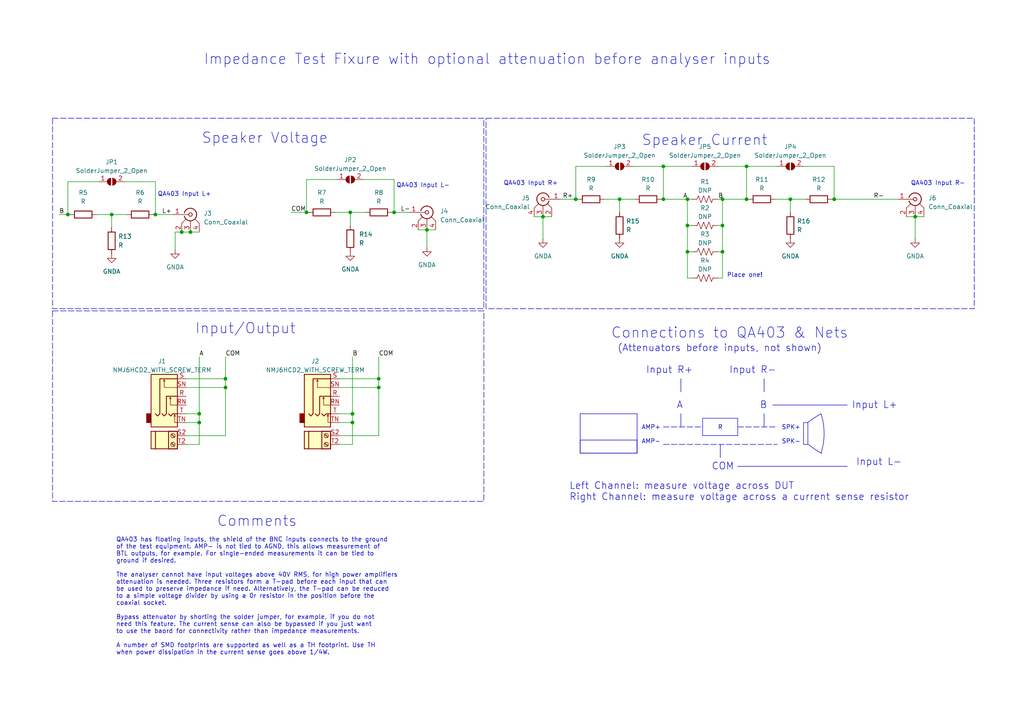
<source format=kicad_sch>
(kicad_sch (version 20230121) (generator eeschema)
  (paper "A4")
  (title_block (title "Speaker Impedance Fixture") (date "2023-05-1") (rev "2") (company "Exciton Labs Ltd") (comment 1 "For use with Quantasylum QA403"))
  (lib_symbols
    (symbol "BNC Adaptor:Conn_Coaxial" (pin_names (offset 1.016) hide)
      (property "Reference" "J" (at 0.254 3.048 0))
      (property "Value" "Conn_Coaxial" (at 0 5.08 0))
      (symbol "Conn_Coaxial_0_1"
        (arc (start -1.778 -0.508) (mid 0.2311 -1.8066) (end 1.778 0) (stroke (width 0.254)))
        (polyline (pts (xy -2.54 -2.54) (xy -1.27 -1.27)))
        (polyline (pts (xy -2.54 0) (xy -0.508 0)))
        (polyline (pts (xy 0 -2.54) (xy 0 -1.778)))
        (polyline (pts (xy 1.27 -1.27) (xy 2.54 -2.54)))
        (circle (center 0 0) (radius 0.508) (stroke (width 0.2032)))
        (arc (start 1.778 0) (mid 0.2099 1.8101) (end -1.778 0.508) (stroke (width 0.254)))
      )
      (symbol "Conn_Coaxial_1_1"
        (pin passive line (at -5.08 0 0) (length 2.54) (name "In") (number "1"))
        (pin passive line (at -2.54 -5.08 90) (length 2.54) (name "Ext") (number "2"))
        (pin passive line (at 0 -5.08 90) (length 2.54) (name "Ext") (number "3"))
        (pin passive line (at 2.54 -5.08 90) (length 2.54) (name "Ext") (number "4"))
      )
    )
    (symbol "Device:R" (pin_numbers hide) (pin_names (offset 0))
      (property "Reference" "R" (at 2.032 0 90))
      (property "Value" "R" (at 0 0 90))
      (symbol "R_0_1"
        (rectangle (start -1.016 -2.54) (end 1.016 2.54) (stroke (width 0.254)))
      )
      (symbol "R_1_1"
        (pin passive line (at 0 3.81 270) (length 1.27) (name "~") (number "1"))
        (pin passive line (at 0 -3.81 90) (length 1.27) (name "~") (number "2"))
      )
    )
    (symbol "Device:R_US" (pin_numbers hide) (pin_names (offset 0))
      (property "Reference" "R" (at 2.54 0 90))
      (property "Value" "R_US" (at -2.54 0 90))
      (symbol "R_US_0_1"
        (polyline (pts (xy 0 -2.286) (xy 0 -2.54)))
        (polyline (pts (xy 0 2.286) (xy 0 2.54)))
        (polyline (pts (xy 0 -0.762) (xy 1.016 -1.143) (xy 0 -1.524) (xy -1.016 -1.905) (xy 0 -2.286)))
        (polyline (pts (xy 0 0.762) (xy 1.016 0.381) (xy 0 0) (xy -1.016 -0.381) (xy 0 -0.762)))
        (polyline (pts (xy 0 2.286) (xy 1.016 1.905) (xy 0 1.524) (xy -1.016 1.143) (xy 0 0.762)))
      )
      (symbol "R_US_1_1"
        (pin passive line (at 0 3.81 270) (length 1.27) (name "~") (number "1"))
        (pin passive line (at 0 -3.81 90) (length 1.27) (name "~") (number "2"))
      )
    )
    (symbol "Jumper:SolderJumper_2_Open" (pin_names (offset 0) hide)
      (property "Reference" "JP" (at 0 2.032 0))
      (property "Value" "SolderJumper_2_Open" (at 0 -2.54 0))
      (symbol "SolderJumper_2_Open_0_1"
        (arc (start -0.254 1.016) (mid -1.2656 0) (end -0.254 -1.016))
        (arc (start -0.254 1.016) (mid -1.2656 0) (end -0.254 -1.016) (fill (type outline)))
        (polyline (pts (xy -0.254 1.016) (xy -0.254 -1.016)))
        (polyline (pts (xy 0.254 1.016) (xy 0.254 -1.016)))
        (arc (start 0.254 -1.016) (mid 1.2656 0) (end 0.254 1.016))
        (arc (start 0.254 -1.016) (mid 1.2656 0) (end 0.254 1.016) (fill (type outline)))
      )
      (symbol "SolderJumper_2_Open_1_1"
        (pin passive line (at -3.81 0 0) (length 2.54) (name "A") (number "1"))
        (pin passive line (at 3.81 0 180) (length 2.54) (name "B") (number "2"))
      )
    )
    (symbol "Library:NMJ6HCD2_WITH_SCREW_TERM"
      (property "Reference" "J" (at 0 11.43 0))
      (property "Value" "NMJ6HCD2_WITH_SCREW_TERM" (at 0 8.89 0))
      (symbol "NMJ6HCD2_WITH_SCREW_TERM_0_1"
        (rectangle (start -5.08 -10.16) (end 2.54 -15.24) (stroke (width 0.254)) (fill (type background)))
        (rectangle (start -5.08 -5.08) (end -6.35 -7.62) (stroke (width 0.254)) (fill (type outline)))
        (rectangle (start -5.08 6.35) (end 2.54 -8.89) (stroke (width 0.254)) (fill (type background)))
        (polyline (pts (xy -1.27 4.826) (xy -1.016 4.318)))
        (polyline (pts (xy 0.508 -0.254) (xy 0.762 -0.762)))
        (polyline (pts (xy 1.778 -5.334) (xy 2.032 -5.842)))
        (polyline (pts (xy 0 -5.08) (xy 0.635 -5.715) (xy 1.27 -5.08) (xy 2.54 -5.08)) (stroke (width 0.254)))
        (polyline (pts (xy 2.54 -7.62) (xy 1.778 -7.62) (xy 1.778 -5.334) (xy 1.524 -5.842)))
        (polyline (pts (xy 2.54 -2.54) (xy 0.508 -2.54) (xy 0.508 -0.254) (xy 0.254 -0.762)))
        (polyline (pts (xy 2.54 2.54) (xy -1.27 2.54) (xy -1.27 4.826) (xy -1.524 4.318)))
        (polyline (pts (xy -1.905 -5.08) (xy -1.27 -5.715) (xy -0.635 -5.08) (xy -0.635 0) (xy 2.54 0)) (stroke (width 0.254)))
        (polyline (pts (xy 2.54 5.08) (xy -2.54 5.08) (xy -2.54 -5.08) (xy -3.175 -5.715) (xy -3.81 -5.08)) (stroke (width 0.254)))
      )
      (symbol "NMJ6HCD2_WITH_SCREW_TERM_1_1"
        (rectangle (start 0 -10.16) (end 2.54 -15.24) (stroke (width 0.254)) (fill (type background)))
        (polyline (pts (xy -3.81 -10.16) (xy -3.81 -15.24)) (stroke (width 0.254)))
        (polyline (pts (xy 0.7366 -13.6398) (xy 1.6002 -14.478)) (stroke (width 0.1524)))
        (polyline (pts (xy 0.7366 -11.0998) (xy 1.6002 -11.938)) (stroke (width 0.1524)))
        (polyline (pts (xy 0.9144 -13.462) (xy 1.778 -14.3002)) (stroke (width 0.1524)))
        (polyline (pts (xy 0.9144 -10.922) (xy 1.778 -11.7602)) (stroke (width 0.1524)))
        (circle (center 1.27 -13.97) (radius 0.635) (stroke (width 0.1524)))
        (circle (center 1.27 -11.43) (radius 0.635) (stroke (width 0.1524)))
        (pin passive line (at 5.08 0 180) (length 2.54) (name "~") (number "R"))
        (pin passive line (at 5.08 -2.54 180) (length 2.54) (name "~") (number "RN"))
        (pin passive line (at 5.08 5.08 180) (length 2.54) (name "~") (number "S"))
        (pin passive line (at 5.08 -11.43 180) (length 2.54) (name "~") (number "S2"))
        (pin passive line (at 5.08 2.54 180) (length 2.54) (name "~") (number "SN"))
        (pin passive line (at 5.08 -5.08 180) (length 2.54) (name "~") (number "T"))
        (pin passive line (at 5.08 -13.97 180) (length 2.54) (name "") (number "T2"))
        (pin passive line (at 5.08 -7.62 180) (length 2.54) (name "~") (number "TN"))
      )
    )
    (symbol "power:GNDA" (power) (pin_names (offset 0))
      (property "Value" "GNDA" (at 0 -3.81 0))
      (symbol "GNDA_0_1"
        (polyline (pts (xy 0 0) (xy 0 -1.27) (xy 1.27 -1.27) (xy 0 -2.54) (xy -1.27 -1.27) (xy 0 -1.27)))
      )
      (symbol "GNDA_1_1"
        (pin power_in line (at 0 0 270) (length 0) hide (name "GNDA") (number "1"))
      )
    )
  )
  (junction (at 109.855 109.855))
  (junction (at 55.245 67.31))
  (junction (at 216.535 48.26))
  (junction (at 209.55 57.785))
  (junction (at 19.685 62.23))
  (junction (at 65.405 109.855))
  (junction (at 114.3 61.595))
  (junction (at 102.235 122.555))
  (junction (at 88.9 61.595))
  (junction (at 45.085 62.23))
  (junction (at 209.55 65.405))
  (junction (at 57.785 120.015))
  (junction (at 157.48 62.865))
  (junction (at 199.39 57.785))
  (junction (at 102.235 120.015))
  (junction (at 241.935 57.785))
  (junction (at 199.39 73.025))
  (junction (at 167.005 57.785))
  (junction (at 229.235 57.785))
  (junction (at 123.825 66.675))
  (junction (at 216.535 57.785))
  (junction (at 101.6 61.595))
  (junction (at 192.405 48.26))
  (junction (at 32.385 62.23))
  (junction (at 179.705 57.785))
  (junction (at 109.855 112.395))
  (junction (at 265.43 62.865))
  (junction (at 209.55 73.025))
  (junction (at 199.39 65.405))
  (junction (at 52.705 67.31))
  (junction (at 192.405 57.785))
  (junction (at 65.405 112.395))
  (junction (at 57.785 122.555))
  (wire (pts (xy 162.56 57.785) (xy 167.005 57.785)))
  (wire (pts (xy 199.39 73.025) (xy 199.39 80.645)))
  (wire (pts (xy 53.975 128.905) (xy 57.785 128.905)))
  (wire (pts (xy 88.9 52.07) (xy 88.9 61.595)))
  (wire (pts (xy 175.895 48.26) (xy 167.005 48.26)))
  (wire (pts (xy 209.55 57.785) (xy 209.55 65.405)))
  (wire (pts (xy 97.79 52.07) (xy 88.9 52.07)))
  (wire (pts (xy 45.085 62.23) (xy 45.085 52.705)))
  (polyline (pts (xy 213.995 123.825) (xy 225.425 123.825)) (stroke (width 0) (type dash)))
  (wire (pts (xy 88.9 61.595) (xy 89.535 61.595)))
  (wire (pts (xy 53.975 109.855) (xy 65.405 109.855)))
  (wire (pts (xy 101.6 61.595) (xy 101.6 65.405)))
  (wire (pts (xy 57.785 103.505) (xy 57.785 120.015)))
  (wire (pts (xy 241.3 57.785) (xy 241.935 57.785)))
  (wire (pts (xy 209.55 73.025) (xy 209.55 80.645)))
  (wire (pts (xy 102.235 122.555) (xy 98.425 122.555)))
  (polyline (pts (xy 208.915 128.905) (xy 208.915 132.715)))
  (wire (pts (xy 98.425 112.395) (xy 109.855 112.395)))
  (wire (pts (xy 57.785 122.555) (xy 53.975 122.555)))
  (wire (pts (xy 229.235 57.785) (xy 233.68 57.785)))
  (wire (pts (xy 209.55 57.785) (xy 216.535 57.785)))
  (wire (pts (xy 208.28 57.785) (xy 209.55 57.785)))
  (wire (pts (xy 123.825 66.675) (xy 126.365 66.675)))
  (wire (pts (xy 265.43 62.865) (xy 265.43 69.215)))
  (wire (pts (xy 32.385 62.23) (xy 32.385 66.04)))
  (wire (pts (xy 224.79 57.785) (xy 229.235 57.785)))
  (wire (pts (xy 50.8 67.31) (xy 50.8 72.39)))
  (wire (pts (xy 19.685 52.705) (xy 19.685 62.23)))
  (wire (pts (xy 199.39 73.025) (xy 200.66 73.025)))
  (wire (pts (xy 98.425 128.905) (xy 102.235 128.905)))
  (wire (pts (xy 65.405 126.365) (xy 65.405 112.395)))
  (wire (pts (xy 19.685 62.23) (xy 20.32 62.23)))
  (wire (pts (xy 114.3 61.595) (xy 114.3 52.07)))
  (polyline (pts (xy 221.615 120.015) (xy 221.615 123.825)))
  (wire (pts (xy 225.425 48.26) (xy 216.535 48.26)))
  (wire (pts (xy 97.155 61.595) (xy 101.6 61.595)))
  (wire (pts (xy 200.66 65.405) (xy 199.39 65.405)))
  (wire (pts (xy 28.575 52.705) (xy 19.685 52.705)))
  (wire (pts (xy 208.28 48.26) (xy 216.535 48.26)))
  (wire (pts (xy 157.48 62.865) (xy 157.48 69.215)))
  (wire (pts (xy 192.405 57.785) (xy 192.405 48.26)))
  (wire (pts (xy 216.535 48.26) (xy 216.535 57.785)))
  (wire (pts (xy 241.935 57.785) (xy 241.935 48.26)))
  (wire (pts (xy 53.975 112.395) (xy 65.405 112.395)))
  (wire (pts (xy 179.705 57.785) (xy 179.705 61.595)))
  (wire (pts (xy 53.975 120.015) (xy 57.785 120.015)))
  (wire (pts (xy 209.55 65.405) (xy 209.55 73.025)))
  (wire (pts (xy 109.855 109.855) (xy 109.855 112.395)))
  (wire (pts (xy 229.235 57.785) (xy 229.235 61.595)))
  (wire (pts (xy 102.235 128.905) (xy 102.235 122.555)))
  (polyline (pts (xy 224.155 117.475) (xy 245.745 117.475)))
  (wire (pts (xy 241.935 48.26) (xy 233.045 48.26)))
  (wire (pts (xy 191.77 57.785) (xy 192.405 57.785)))
  (wire (pts (xy 123.825 66.675) (xy 123.825 71.755)))
  (wire (pts (xy 157.48 62.865) (xy 160.02 62.865)))
  (wire (pts (xy 154.94 62.865) (xy 157.48 62.865)))
  (wire (pts (xy 208.28 73.025) (xy 209.55 73.025)))
  (wire (pts (xy 32.385 62.23) (xy 36.83 62.23)))
  (wire (pts (xy 199.39 80.645) (xy 200.66 80.645)))
  (wire (pts (xy 113.665 61.595) (xy 114.3 61.595)))
  (wire (pts (xy 199.39 65.405) (xy 199.39 57.785)))
  (wire (pts (xy 52.705 67.31) (xy 50.8 67.31)))
  (wire (pts (xy 57.785 120.015) (xy 57.785 122.555)))
  (wire (pts (xy 102.235 120.015) (xy 102.235 122.555)))
  (wire (pts (xy 265.43 62.865) (xy 267.97 62.865)))
  (wire (pts (xy 241.935 57.785) (xy 260.35 57.785)))
  (wire (pts (xy 192.405 57.785) (xy 199.39 57.785)))
  (wire (pts (xy 44.45 62.23) (xy 45.085 62.23)))
  (wire (pts (xy 102.235 103.505) (xy 102.235 120.015)))
  (polyline (pts (xy 197.485 109.855) (xy 197.485 113.665)))
  (wire (pts (xy 65.405 109.855) (xy 65.405 112.395)))
  (wire (pts (xy 208.28 65.405) (xy 209.55 65.405)))
  (wire (pts (xy 98.425 109.855) (xy 109.855 109.855)))
  (wire (pts (xy 114.3 61.595) (xy 118.745 61.595)))
  (wire (pts (xy 121.285 66.675) (xy 123.825 66.675)))
  (wire (pts (xy 55.245 67.31) (xy 57.785 67.31)))
  (wire (pts (xy 167.005 57.785) (xy 167.64 57.785)))
  (wire (pts (xy 114.3 52.07) (xy 105.41 52.07)))
  (wire (pts (xy 167.005 48.26) (xy 167.005 57.785)))
  (wire (pts (xy 179.705 57.785) (xy 184.15 57.785)))
  (wire (pts (xy 192.405 48.26) (xy 183.515 48.26)))
  (wire (pts (xy 55.245 67.31) (xy 52.705 67.31)))
  (wire (pts (xy 199.39 65.405) (xy 199.39 73.025)))
  (wire (pts (xy 101.6 61.595) (xy 106.045 61.595)))
  (wire (pts (xy 17.145 62.23) (xy 19.685 62.23)))
  (wire (pts (xy 109.855 126.365) (xy 109.855 112.395)))
  (polyline (pts (xy 192.405 128.905) (xy 225.425 128.905)) (stroke (width 0) (type dash)))
  (wire (pts (xy 192.405 48.26) (xy 200.66 48.26)))
  (wire (pts (xy 98.425 126.365) (xy 109.855 126.365)))
  (polyline (pts (xy 192.405 123.825) (xy 203.835 123.825)) (stroke (width 0) (type dash)))
  (wire (pts (xy 53.975 126.365) (xy 65.405 126.365)))
  (polyline (pts (xy 221.615 109.855) (xy 221.615 113.665)))
  (wire (pts (xy 199.39 57.785) (xy 200.66 57.785)))
  (wire (pts (xy 84.455 61.595) (xy 88.9 61.595)))
  (wire (pts (xy 98.425 120.015) (xy 102.235 120.015)))
  (wire (pts (xy 208.28 80.645) (xy 209.55 80.645)))
  (wire (pts (xy 109.855 103.505) (xy 109.855 109.855)))
  (wire (pts (xy 175.26 57.785) (xy 179.705 57.785)))
  (wire (pts (xy 65.405 103.505) (xy 65.405 109.855)))
  (wire (pts (xy 57.785 128.905) (xy 57.785 122.555)))
  (polyline (pts (xy 197.485 120.015) (xy 197.485 123.825)))
  (wire (pts (xy 216.535 57.785) (xy 217.17 57.785)))
  (wire (pts (xy 45.085 62.23) (xy 50.165 62.23)))
  (wire (pts (xy 27.94 62.23) (xy 32.385 62.23)))
  (wire (pts (xy 45.085 52.705) (xy 36.195 52.705)))
  (polyline (pts (xy 213.995 135.255) (xy 245.745 135.255)))
  (wire (pts (xy 262.89 62.865) (xy 265.43 62.865)))
  (rectangle (start 140.97 34.29) (end 282.575 89.535) (stroke (width 0) (type dash)))
  (arc (start 234.315 122.555) (mid 236.1657 121.2036) (end 238.125 120.015))
  (arc (start 238.125 120.015) (mid 239.0247 125.73) (end 238.125 131.445))
  (rectangle (start 168.275 127.635) (end 184.785 131.445))
  (rectangle (start 233.045 122.555) (end 234.315 128.905))
  (arc (start 238.3067 131.4726) (mid 236.348 130.2831) (end 234.4967 128.9326))
  (rectangle (start 15.24 90.17) (end 140.335 145.415) (stroke (width 0) (type dash)))
  (rectangle (start 168.275 120.015) (end 184.785 131.445))
  (rectangle (start 15.24 34.29) (end 140.335 89.535) (stroke (width 0) (type dash)))
  (text_box "R" (at 203.835 121.285 0) (size 10.16 5.08) (fill (type color) (color 255 255 255 1)) (effects (font (size 1.27 1.27))))
  (text "Speaker Current" (at 186.055 42.545 0) (effects (font (size 3 3)) (justify left bottom)))
  (text "Impedance Test Fixure with optional attenuation before analyser inputs" (at 59.055 19.05 0) (effects (font (size 3 3)) (justify left bottom)))
  (text "Speaker Voltage" (at 58.42 41.91 0) (effects (font (size 3 3)) (justify left bottom)))
  (text "QA403 Input R+" (at 146.05 53.975 0) (effects (font (size 1.27 1.27)) (justify left bottom)))
  (text "QA403 Input L+" (at 45.72 57.15 0) (effects (font (size 1.27 1.27)) (justify left bottom)))
  (text "(Attenuators before inputs, not shown)" (at 179.07 102.235 0) (effects (font (size 2 2)) (justify left bottom)))
  (text "Input L+" (at 247.015 118.745 0) (effects (font (size 2 2)) (justify left bottom)))
  (text "B" (at 220.345 118.745 0) (effects (font (size 2 2)) (justify left bottom)))
  (text "QA403 has floating inputs, the shield of the BNC inputs connects to the ground \nof the test equipment. AMP- is not tied to AGND, this allows measurement of \nBTL outputs, for example. For single-ended measurements it can be tied to \nground if desired.\n\nThe analyser cannot have input voltages above 40V RMS, for high power amplifiers\nattenuation is needed. Three resistors form a T-pad before each input that can\nbe used to preserve impedance if need. Alternatively, the T-pad can be reduced\nto a simple voltage divider by using a 0r resistor in the position before the\ncoaxial socket.\n\nBypass attenuator by shorting the solder jumper, for example, if you do not\nneed this feature. The current sense can also be bypassed if you just want\nto use the baord for connectivity rather than impedance measurements.\n\nA number of SMD footprints are supported as well as a TH footprint. Use TH\nwhen power dissipation in the current sense goes above 1/4W.\n\n\n\n" (at 33.655 196.215 0) (effects (font (size 1.27 1.27)) (justify left bottom)))
  (text "A" (at 196.215 118.745 0) (effects (font (size 2 2)) (justify left bottom)))
  (text "Input L-" (at 248.285 135.255 0) (effects (font (size 2 2)) (justify left bottom)))
  (text "Input/Output" (at 56.515 97.155 0) (effects (font (size 3 3)) (justify left bottom)))
  (text "AMP+\n\nAMP-" (at 186.055 128.905 0) (effects (font (size 1.27 1.27)) (justify left bottom)))
  (text "Input R-" (at 211.455 108.585 0) (effects (font (size 2 2)) (justify left bottom)))
  (text "SPK+\n\nSPK-" (at 226.695 128.905 0) (effects (font (size 1.27 1.27)) (justify left bottom)))
  (text "Comments" (at 62.865 153.035 0) (effects (font (size 3 3)) (justify left bottom)))
  (text "Input R+" (at 187.325 108.585 0) (effects (font (size 2 2)) (justify left bottom)))
  (text "QA403 Input R-" (at 264.16 53.975 0) (effects (font (size 1.27 1.27)) (justify left bottom)))
  (text "Left Channel: measure voltage across DUT\nRight Channel: measure voltage across a current sense resistor" (at 165.1 145.415 0) (effects (font (size 2 2)) (justify left bottom)))
  (text "QA403 Input L-" (at 114.935 54.61 0) (effects (font (size 1.27 1.27)) (justify left bottom)))
  (text "Connections to QA403 & Nets" (at 177.165 98.425 0) (effects (font (size 3 3)) (justify left bottom)))
  (text "COM" (at 206.375 136.525 0) (effects (font (size 2 2)) (justify left bottom)))
  (text "Place one!" (at 210.82 80.645 0) (effects (font (size 1.27 1.27)) (justify left bottom)))
  (label "L-" (at 116.205 61.595 0))
  (label "COM" (at 109.855 103.505 0))
  (label "A" (at 57.785 103.505 0))
  (label "R-" (at 253.365 57.785 0))
  (label "B" (at 102.235 103.505 0))
  (label "R+" (at 163.195 57.785 0))
  (label "L+" (at 46.99 62.23 0))
  (label "COM" (at 65.405 103.505 0))
  (label "B" (at 17.145 62.23 0))
  (label "COM" (at 84.455 61.595 0))
  (label "A" (at 198.12 57.785 0))
  (label "B" (at 208.28 57.785 0))
  (symbol (lib_id "Library:NMJ6HCD2_WITH_SCREW_TERM") (at 48.895 114.935 0) (unit 1)
    (property "Reference" "J1" (at 46.99 104.775 0))
    (property "Value" "NMJ6HCD2_WITH_SCREW_TERM" (at 46.99 107.315 0))
    (property "Footprint" "ProjectLibrary:Dual_Jack_6.35mm_Neutrik_NMJ6HCD2_Horizontal_TerminalBlock_Phoenix_MKDS-1,5-2-5.08_1x02_P5.08mm_Horizontal" (effects hide))
    (property "Datasheet" "https://www.neutrik.com/en/product/nmj6hcd2" (effects hide))
    (property "Datasheet2" "https://www.phoenixcontact.com/en-us/products/printed-circuit-board-terminal-mkdsn-15-2-508-1729128" (effects hide))
  )
  (symbol (lib_id "Device:R") (at 93.345 61.595 90) (unit 1)
    (property "Reference" "R7" (at 93.345 55.88 90))
    (property "Value" "R" (at 93.345 58.42 90))
    (property "Footprint" "Resistor_SMD:R_1206_3216Metric" (effects hide))
  )
  (symbol (lib_id "Device:R") (at 109.855 61.595 90) (unit 1)
    (property "Reference" "R8" (at 109.855 55.88 90))
    (property "Value" "R" (at 109.855 58.42 90))
    (property "Footprint" "Resistor_SMD:R_1206_3216Metric" (effects hide))
  )
  (symbol (lib_id "Device:R") (at 40.64 62.23 90) (unit 1)
    (property "Reference" "R6" (at 40.64 55.88 90))
    (property "Value" "R" (at 40.64 58.42 90))
    (property "Footprint" "Resistor_SMD:R_1206_3216Metric" (effects hide))
  )
  (symbol (lib_id "Device:R") (at 101.6 69.215 180) (unit 1)
    (property "Reference" "R14" (at 104.14 67.9449 0) (effects (justify right)))
    (property "Value" "R" (at 104.14 70.4849 0) (effects (justify right)))
    (property "Footprint" "Resistor_SMD:R_1206_3216Metric" (effects hide))
  )
  (symbol (lib_id "power:GNDA") (at 123.825 71.755 0) (unit 1)
    (property "Reference" "#PWR06" (effects hide))
    (property "Value" "GNDA" (at 123.825 76.835 0))
  )
  (symbol (lib_id "Device:R") (at 229.235 65.405 180) (unit 1)
    (property "Reference" "R16" (at 231.14 64.1349 0) (effects (justify right)))
    (property "Value" "R" (at 231.14 66.6749 0) (effects (justify right)))
    (property "Footprint" "Resistor_SMD:R_1206_3216Metric" (effects hide))
  )
  (symbol (lib_id "power:GNDA") (at 229.235 69.215 0) (unit 1)
    (property "Reference" "#PWR08" (effects hide))
    (property "Value" "GNDA" (at 229.235 74.295 0))
  )
  (symbol (lib_id "Jumper:SolderJumper_2_Open") (at 32.385 52.705 0) (unit 1)
    (property "Reference" "JP1" (at 32.385 46.99 0))
    (property "Value" "SolderJumper_2_Open" (at 32.385 49.53 0))
    (property "Footprint" "Jumper:SolderJumper-2_P1.3mm_Open_TrianglePad1.0x1.5mm" (effects hide))
  )
  (symbol (lib_id "Device:R") (at 237.49 57.785 90) (unit 1)
    (property "Reference" "R12" (at 237.49 52.07 90))
    (property "Value" "R" (at 237.49 54.61 90))
    (property "Footprint" "Resistor_SMD:R_1206_3216Metric" (effects hide))
  )
  (symbol (lib_id "Device:R") (at 32.385 69.85 180) (unit 1)
    (property "Reference" "R13" (at 34.29 68.5799 0) (effects (justify right)))
    (property "Value" "R" (at 34.29 71.1199 0) (effects (justify right)))
    (property "Footprint" "Resistor_SMD:R_1206_3216Metric" (effects hide))
  )
  (symbol (lib_id "Device:R_US") (at 204.47 80.645 90) (unit 1)
    (property "Reference" "R4" (at 204.47 75.565 90))
    (property "Value" "DNP" (at 204.47 78.105 90))
    (property "Footprint" "ProjectLibrary:R_SQM_20W_Resistor_45mm_20mm_12mm" (effects hide))
  )
  (symbol (lib_id "Jumper:SolderJumper_2_Open") (at 101.6 52.07 0) (unit 1)
    (property "Reference" "JP2" (at 101.6 46.355 0))
    (property "Value" "SolderJumper_2_Open" (at 101.6 48.895 0))
    (property "Footprint" "Jumper:SolderJumper-2_P1.3mm_Open_TrianglePad1.0x1.5mm" (effects hide))
  )
  (symbol (lib_id "Jumper:SolderJumper_2_Open") (at 229.235 48.26 0) (unit 1)
    (property "Reference" "JP4" (at 229.235 42.545 0))
    (property "Value" "SolderJumper_2_Open" (at 229.235 45.085 0))
    (property "Footprint" "Jumper:SolderJumper-2_P1.3mm_Open_TrianglePad1.0x1.5mm" (effects hide))
  )
  (symbol (lib_id "Jumper:SolderJumper_2_Open") (at 204.47 48.26 0) (unit 1)
    (property "Reference" "JP5" (at 204.47 42.545 0))
    (property "Value" "SolderJumper_2_Open" (at 204.47 45.085 0))
    (property "Footprint" "Jumper:SolderJumper-2_P1.3mm_Open_TrianglePad1.0x1.5mm" (effects hide))
  )
  (symbol (lib_id "Device:R_US") (at 204.47 73.025 90) (unit 1)
    (property "Reference" "R3" (at 204.47 67.945 90))
    (property "Value" "DNP" (at 204.47 70.485 90))
    (property "Footprint" "Resistor_SMD:R_0603_1608Metric_Pad0.98x0.95mm_HandSolder" (effects hide))
  )
  (symbol (lib_id "Device:R_US") (at 204.47 57.785 90) (unit 1)
    (property "Reference" "R1" (at 204.47 52.705 90))
    (property "Value" "DNP" (at 204.47 55.245 90))
    (property "Footprint" "Resistor_SMD:R_1206_3216Metric_Pad1.30x1.75mm_HandSolder" (effects hide))
  )
  (symbol (lib_id "Device:R") (at 24.13 62.23 90) (unit 1)
    (property "Reference" "R5" (at 24.13 55.88 90))
    (property "Value" "R" (at 24.13 58.42 90))
    (property "Footprint" "Resistor_SMD:R_1206_3216Metric" (effects hide))
  )
  (symbol (lib_id "power:GNDA") (at 50.8 72.39 0) (unit 1)
    (property "Reference" "#PWR01" (effects hide))
    (property "Value" "GNDA" (at 50.8 77.47 0))
  )
  (symbol (lib_id "power:GNDA") (at 157.48 69.215 0) (unit 1)
    (property "Reference" "#PWR03" (effects hide))
    (property "Value" "GNDA" (at 157.48 74.295 0))
  )
  (symbol (lib_id "BNC Adaptor:Conn_Coaxial") (at 265.43 57.785 0) (unit 1)
    (property "Reference" "J6" (at 269.24 57.4432 0) (effects (justify left)))
    (property "Value" "Conn_Coaxial" (at 269.24 59.9832 0) (effects (justify left)))
    (property "Footprint" "ProjectLibrary:52211232" (effects hide))
    (property "Datasheet" " ~" (effects hide))
  )
  (symbol (lib_id "Device:R") (at 179.705 65.405 180) (unit 1)
    (property "Reference" "R15" (at 181.61 64.1349 0) (effects (justify right)))
    (property "Value" "R" (at 181.61 66.6749 0) (effects (justify right)))
    (property "Footprint" "Resistor_SMD:R_1206_3216Metric" (effects hide))
  )
  (symbol (lib_id "Device:R_US") (at 204.47 65.405 90) (unit 1)
    (property "Reference" "R2" (at 204.47 60.325 90))
    (property "Value" "DNP" (at 204.47 62.865 90))
    (property "Footprint" "Resistor_SMD:R_0805_2012Metric_Pad1.20x1.40mm_HandSolder" (effects hide))
  )
  (symbol (lib_id "power:GNDA") (at 32.385 73.66 0) (unit 1)
    (property "Reference" "#PWR05" (effects hide))
    (property "Value" "GNDA" (at 32.385 78.74 0))
  )
  (symbol (lib_id "BNC Adaptor:Conn_Coaxial") (at 123.825 61.595 0) (unit 1)
    (property "Reference" "J4" (at 127.635 61.2532 0) (effects (justify left)))
    (property "Value" "Conn_Coaxial" (at 127.635 63.7932 0) (effects (justify left)))
    (property "Footprint" "ProjectLibrary:52211232" (effects hide))
    (property "Datasheet" " ~" (effects hide))
  )
  (symbol (lib_id "power:GNDA") (at 179.705 69.215 0) (unit 1)
    (property "Reference" "#PWR07" (effects hide))
    (property "Value" "GNDA" (at 179.705 74.295 0))
  )
  (symbol (lib_id "Library:NMJ6HCD2_WITH_SCREW_TERM") (at 93.345 114.935 0) (unit 1)
    (property "Reference" "J2" (at 91.44 104.775 0))
    (property "Value" "NMJ6HCD2_WITH_SCREW_TERM" (at 91.44 107.315 0))
    (property "Footprint" "ProjectLibrary:Dual_Jack_6.35mm_Neutrik_NMJ6HCD2_Horizontal_TerminalBlock_Phoenix_MKDS-1,5-2-5.08_1x02_P5.08mm_Horizontal" (effects hide))
    (property "Datasheet" "https://www.neutrik.com/en/product/nmj6hcd2" (effects hide))
    (property "Datasheet2" "https://www.phoenixcontact.com/en-us/products/printed-circuit-board-terminal-mkdsn-15-2-508-1729128" (effects hide))
  )
  (symbol (lib_id "Jumper:SolderJumper_2_Open") (at 179.705 48.26 0) (unit 1)
    (property "Reference" "JP3" (at 179.705 42.545 0))
    (property "Value" "SolderJumper_2_Open" (at 179.705 45.085 0))
    (property "Footprint" "Jumper:SolderJumper-2_P1.3mm_Open_TrianglePad1.0x1.5mm" (effects hide))
  )
  (symbol (lib_id "power:GNDA") (at 101.6 73.025 0) (unit 1)
    (property "Reference" "#PWR02" (effects hide))
    (property "Value" "GNDA" (at 101.6 78.105 0))
  )
  (symbol (lib_id "Device:R") (at 187.96 57.785 90) (unit 1)
    (property "Reference" "R10" (at 187.96 52.07 90))
    (property "Value" "R" (at 187.96 54.61 90))
    (property "Footprint" "Resistor_SMD:R_1206_3216Metric" (effects hide))
  )
  (symbol (lib_id "Device:R") (at 220.98 57.785 90) (unit 1)
    (property "Reference" "R11" (at 220.98 52.07 90))
    (property "Value" "R" (at 220.98 54.61 90))
    (property "Footprint" "Resistor_SMD:R_1206_3216Metric" (effects hide))
  )
  (symbol (lib_id "BNC Adaptor:Conn_Coaxial") (at 157.48 57.785 0) (mirror y) (unit 1)
    (property "Reference" "J5" (at 153.67 57.4432 0) (effects (justify left)))
    (property "Value" "Conn_Coaxial" (at 153.67 59.9832 0) (effects (justify left)))
    (property "Footprint" "ProjectLibrary:52211232" (effects hide))
    (property "Datasheet" " ~" (effects hide))
  )
  (symbol (lib_id "BNC Adaptor:Conn_Coaxial") (at 55.245 62.23 0) (unit 1)
    (property "Reference" "J3" (at 59.055 61.8882 0) (effects (justify left)))
    (property "Value" "Conn_Coaxial" (at 59.055 64.4282 0) (effects (justify left)))
    (property "Footprint" "ProjectLibrary:52211232" (effects hide))
    (property "Datasheet" " ~" (effects hide))
  )
  (symbol (lib_id "power:GNDA") (at 265.43 69.215 0) (unit 1)
    (property "Reference" "#PWR04" (effects hide))
    (property "Value" "GNDA" (at 265.43 74.295 0))
  )
  (symbol (lib_id "Device:R") (at 171.45 57.785 90) (unit 1)
    (property "Reference" "R9" (at 171.45 52.07 90))
    (property "Value" "R" (at 171.45 54.61 90))
    (property "Footprint" "Resistor_SMD:R_1206_3216Metric" (effects hide))
  )
)
</source>
